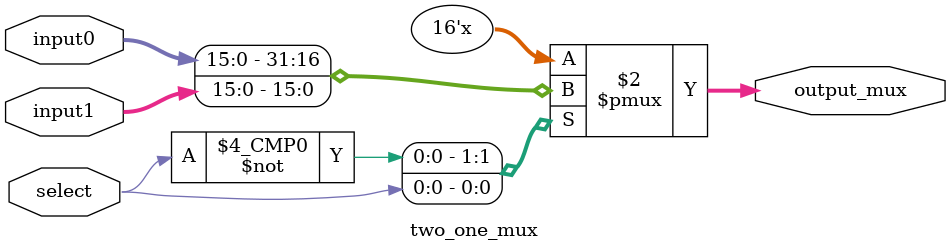
<source format=sv>
module two_one_mux(input logic select,
						  input logic [15:0] input0,
						  input logic [15:0] input1,
						  output logic [15:0] output_mux);
		always_comb
		begin
			unique case(select)
				1'b0:
					output_mux = input0;
				1'b1:
				   output_mux = input1;
				default : ;
			endcase
		end
endmodule

</source>
